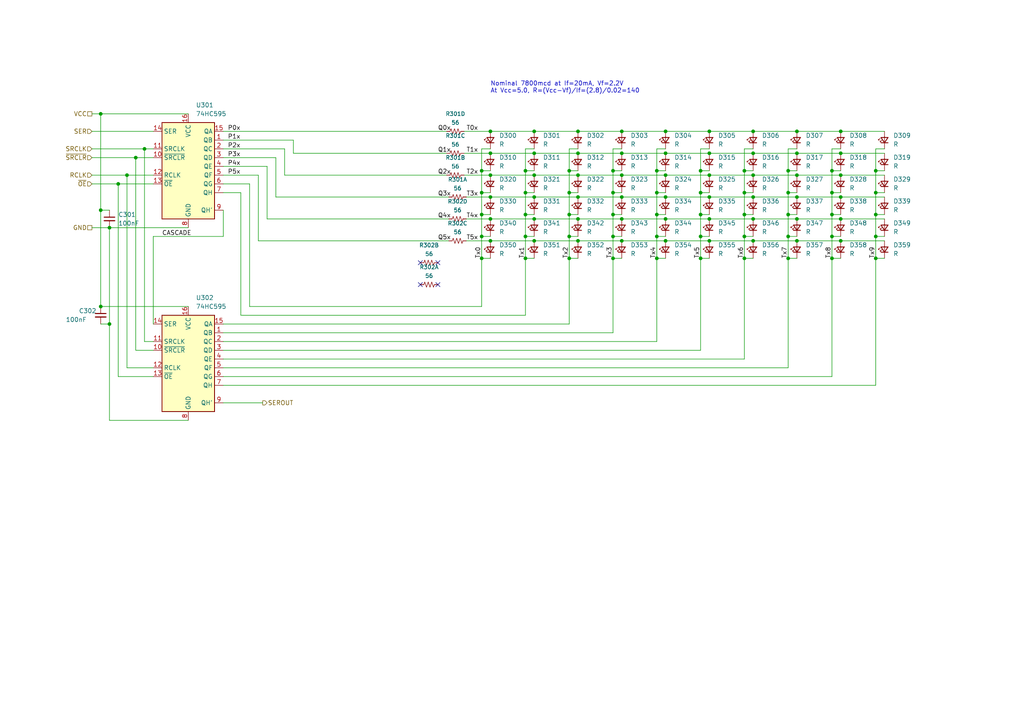
<source format=kicad_sch>
(kicad_sch (version 20230121) (generator eeschema)
  (paper "A4")
  (junction (at 139.7 55.88))
  (junction (at 29.21 33.02))
  (junction (at 180.34 57.15))
  (junction (at 193.04 63.5))
  (junction (at 228.6 68.58))
  (junction (at 177.8 55.88))
  (junction (at 41.91 43.18))
  (junction (at 177.8 74.93))
  (junction (at 180.34 50.8))
  (junction (at 154.94 57.15))
  (junction (at 205.74 38.1))
  (junction (at 218.44 38.1))
  (junction (at 231.14 69.85))
  (junction (at 193.04 69.85))
  (junction (at 254 49.53))
  (junction (at 177.8 62.23))
  (junction (at 29.21 88.9))
  (junction (at 215.9 49.53))
  (junction (at 167.64 57.15))
  (junction (at 228.6 62.23))
  (junction (at 254 74.93))
  (junction (at 180.34 38.1))
  (junction (at 243.84 57.15))
  (junction (at 205.74 57.15))
  (junction (at 231.14 44.45))
  (junction (at 190.5 62.23))
  (junction (at 152.4 62.23))
  (junction (at 241.3 49.53))
  (junction (at 139.7 62.23))
  (junction (at 165.1 68.58))
  (junction (at 177.8 49.53))
  (junction (at 152.4 74.93))
  (junction (at 154.94 38.1))
  (junction (at 154.94 63.5))
  (junction (at 165.1 55.88))
  (junction (at 231.14 57.15))
  (junction (at 167.64 44.45))
  (junction (at 152.4 49.53))
  (junction (at 193.04 38.1))
  (junction (at 167.64 50.8))
  (junction (at 215.9 55.88))
  (junction (at 152.4 68.58))
  (junction (at 203.2 68.58))
  (junction (at 142.24 50.8))
  (junction (at 165.1 62.23))
  (junction (at 243.84 38.1))
  (junction (at 243.84 69.85))
  (junction (at 142.24 44.45))
  (junction (at 177.8 68.58))
  (junction (at 154.94 69.85))
  (junction (at 231.14 38.1))
  (junction (at 218.44 69.85))
  (junction (at 203.2 55.88))
  (junction (at 205.74 44.45))
  (junction (at 205.74 69.85))
  (junction (at 142.24 69.85))
  (junction (at 241.3 74.93))
  (junction (at 231.14 50.8))
  (junction (at 193.04 57.15))
  (junction (at 193.04 50.8))
  (junction (at 203.2 62.23))
  (junction (at 218.44 50.8))
  (junction (at 142.24 63.5))
  (junction (at 218.44 63.5))
  (junction (at 190.5 74.93))
  (junction (at 180.34 69.85))
  (junction (at 167.64 38.1))
  (junction (at 139.7 49.53))
  (junction (at 165.1 74.93))
  (junction (at 254 68.58))
  (junction (at 215.9 74.93))
  (junction (at 215.9 62.23))
  (junction (at 165.1 49.53))
  (junction (at 34.29 53.34))
  (junction (at 154.94 44.45))
  (junction (at 31.75 93.98))
  (junction (at 139.7 74.93))
  (junction (at 180.34 63.5))
  (junction (at 190.5 49.53))
  (junction (at 228.6 49.53))
  (junction (at 243.84 50.8))
  (junction (at 254 55.88))
  (junction (at 218.44 57.15))
  (junction (at 215.9 68.58))
  (junction (at 254 62.23))
  (junction (at 36.83 50.8))
  (junction (at 218.44 44.45))
  (junction (at 31.75 66.04))
  (junction (at 193.04 44.45))
  (junction (at 243.84 63.5))
  (junction (at 203.2 49.53))
  (junction (at 154.94 50.8))
  (junction (at 180.34 44.45))
  (junction (at 243.84 44.45))
  (junction (at 228.6 55.88))
  (junction (at 39.37 45.72))
  (junction (at 241.3 55.88))
  (junction (at 142.24 38.1))
  (junction (at 190.5 68.58))
  (junction (at 205.74 50.8))
  (junction (at 205.74 63.5))
  (junction (at 152.4 55.88))
  (junction (at 190.5 55.88))
  (junction (at 241.3 68.58))
  (junction (at 231.14 63.5))
  (junction (at 142.24 57.15))
  (junction (at 29.21 60.96))
  (junction (at 167.64 63.5))
  (junction (at 203.2 74.93))
  (junction (at 139.7 68.58))
  (junction (at 167.64 69.85))
  (junction (at 241.3 62.23))
  (junction (at 228.6 74.93))
  (no_connect (at 121.92 82.55))
  (no_connect (at 127 76.2))
  (no_connect (at 127 82.55))
  (no_connect (at 121.92 76.2))
  (wire (pts (xy 241.3 68.58) (xy 243.84 68.58)))
  (wire (pts (xy 44.45 68.58) (xy 64.77 68.58)))
  (wire (pts (xy 241.3 49.53) (xy 243.84 49.53)))
  (wire (pts (xy 203.2 68.58) (xy 203.2 74.93)))
  (wire (pts (xy 142.24 57.15) (xy 154.94 57.15)))
  (wire (pts (xy 39.37 101.6) (xy 44.45 101.6)))
  (wire (pts (xy 205.74 44.45) (xy 218.44 44.45)))
  (wire (pts (xy 228.6 68.58) (xy 228.6 74.93)))
  (wire (pts (xy 135.255 69.85) (xy 142.24 69.85)))
  (wire (pts (xy 54.61 88.9) (xy 29.21 88.9)))
  (wire (pts (xy 190.5 49.53) (xy 190.5 55.88)))
  (wire (pts (xy 215.9 49.53) (xy 215.9 55.88)))
  (wire (pts (xy 254 43.18) (xy 254 49.53)))
  (wire (pts (xy 203.2 68.58) (xy 205.74 68.58)))
  (wire (pts (xy 231.14 57.15) (xy 243.84 57.15)))
  (wire (pts (xy 154.94 44.45) (xy 167.64 44.45)))
  (wire (pts (xy 167.64 69.85) (xy 180.34 69.85)))
  (wire (pts (xy 165.1 49.53) (xy 167.64 49.53)))
  (wire (pts (xy 44.45 68.58) (xy 44.45 93.98)))
  (wire (pts (xy 215.9 62.23) (xy 218.44 62.23)))
  (wire (pts (xy 254 49.53) (xy 256.54 49.53)))
  (wire (pts (xy 154.94 38.1) (xy 167.64 38.1)))
  (wire (pts (xy 243.84 38.1) (xy 256.54 38.1)))
  (wire (pts (xy 205.74 38.1) (xy 218.44 38.1)))
  (wire (pts (xy 215.9 49.53) (xy 218.44 49.53)))
  (wire (pts (xy 177.8 62.23) (xy 180.34 62.23)))
  (wire (pts (xy 64.77 104.14) (xy 215.9 104.14)))
  (wire (pts (xy 215.9 55.88) (xy 218.44 55.88)))
  (wire (pts (xy 41.91 99.06) (xy 41.91 43.18)))
  (wire (pts (xy 152.4 68.58) (xy 154.94 68.58)))
  (wire (pts (xy 231.14 38.1) (xy 243.84 38.1)))
  (wire (pts (xy 215.9 43.18) (xy 215.9 49.53)))
  (wire (pts (xy 241.3 55.88) (xy 241.3 62.23)))
  (wire (pts (xy 85.09 40.64) (xy 64.77 40.64)))
  (wire (pts (xy 228.6 49.53) (xy 231.14 49.53)))
  (wire (pts (xy 165.1 43.18) (xy 165.1 49.53)))
  (wire (pts (xy 241.3 74.93) (xy 243.84 74.93)))
  (wire (pts (xy 26.67 43.18) (xy 41.91 43.18)))
  (wire (pts (xy 139.7 62.23) (xy 142.24 62.23)))
  (wire (pts (xy 139.7 43.18) (xy 139.7 49.53)))
  (wire (pts (xy 64.77 96.52) (xy 177.8 96.52)))
  (wire (pts (xy 165.1 74.93) (xy 165.1 93.98)))
  (wire (pts (xy 165.1 43.18) (xy 167.64 43.18)))
  (wire (pts (xy 139.7 43.18) (xy 142.24 43.18)))
  (wire (pts (xy 215.9 68.58) (xy 218.44 68.58)))
  (wire (pts (xy 193.04 50.8) (xy 205.74 50.8)))
  (wire (pts (xy 203.2 55.88) (xy 203.2 62.23)))
  (wire (pts (xy 139.7 68.58) (xy 139.7 74.93)))
  (wire (pts (xy 177.8 43.18) (xy 180.34 43.18)))
  (wire (pts (xy 165.1 74.93) (xy 167.64 74.93)))
  (wire (pts (xy 215.9 68.58) (xy 215.9 74.93)))
  (wire (pts (xy 69.85 55.88) (xy 64.77 55.88)))
  (wire (pts (xy 193.04 69.85) (xy 205.74 69.85)))
  (wire (pts (xy 254 49.53) (xy 254 55.88)))
  (wire (pts (xy 36.83 106.68) (xy 36.83 50.8)))
  (wire (pts (xy 241.3 68.58) (xy 241.3 74.93)))
  (wire (pts (xy 80.01 57.15) (xy 80.01 45.72)))
  (wire (pts (xy 29.21 60.96) (xy 29.21 33.02)))
  (wire (pts (xy 142.24 63.5) (xy 154.94 63.5)))
  (wire (pts (xy 69.85 91.44) (xy 152.4 91.44)))
  (wire (pts (xy 215.9 74.93) (xy 215.9 104.14)))
  (wire (pts (xy 69.85 91.44) (xy 69.85 55.88)))
  (wire (pts (xy 152.4 74.93) (xy 152.4 91.44)))
  (wire (pts (xy 139.7 62.23) (xy 139.7 68.58)))
  (wire (pts (xy 64.77 116.84) (xy 76.2 116.84)))
  (wire (pts (xy 177.8 68.58) (xy 180.34 68.58)))
  (wire (pts (xy 180.34 63.5) (xy 193.04 63.5)))
  (wire (pts (xy 82.55 43.18) (xy 64.77 43.18)))
  (wire (pts (xy 203.2 62.23) (xy 205.74 62.23)))
  (wire (pts (xy 64.77 99.06) (xy 190.5 99.06)))
  (wire (pts (xy 142.24 69.85) (xy 154.94 69.85)))
  (wire (pts (xy 36.83 106.68) (xy 44.45 106.68)))
  (wire (pts (xy 29.21 60.96) (xy 31.75 60.96)))
  (wire (pts (xy 29.21 88.9) (xy 29.21 60.96)))
  (wire (pts (xy 228.6 55.88) (xy 231.14 55.88)))
  (wire (pts (xy 228.6 62.23) (xy 228.6 68.58)))
  (wire (pts (xy 254 55.88) (xy 254 62.23)))
  (wire (pts (xy 180.34 57.15) (xy 193.04 57.15)))
  (wire (pts (xy 177.8 74.93) (xy 177.8 96.52)))
  (wire (pts (xy 165.1 55.88) (xy 165.1 62.23)))
  (wire (pts (xy 72.39 88.9) (xy 139.7 88.9)))
  (wire (pts (xy 180.34 50.8) (xy 193.04 50.8)))
  (wire (pts (xy 215.9 74.93) (xy 218.44 74.93)))
  (wire (pts (xy 26.67 38.1) (xy 44.45 38.1)))
  (wire (pts (xy 41.91 43.18) (xy 44.45 43.18)))
  (wire (pts (xy 139.7 55.88) (xy 139.7 62.23)))
  (wire (pts (xy 218.44 69.85) (xy 231.14 69.85)))
  (wire (pts (xy 152.4 43.18) (xy 154.94 43.18)))
  (wire (pts (xy 190.5 55.88) (xy 190.5 62.23)))
  (wire (pts (xy 228.6 74.93) (xy 231.14 74.93)))
  (wire (pts (xy 243.84 69.85) (xy 256.54 69.85)))
  (wire (pts (xy 165.1 62.23) (xy 165.1 68.58)))
  (wire (pts (xy 165.1 55.88) (xy 167.64 55.88)))
  (wire (pts (xy 64.77 60.96) (xy 64.77 68.58)))
  (wire (pts (xy 31.75 93.98) (xy 31.75 121.92)))
  (wire (pts (xy 203.2 74.93) (xy 205.74 74.93)))
  (wire (pts (xy 142.24 38.1) (xy 154.94 38.1)))
  (wire (pts (xy 34.29 109.22) (xy 44.45 109.22)))
  (wire (pts (xy 36.83 50.8) (xy 44.45 50.8)))
  (wire (pts (xy 177.8 62.23) (xy 177.8 68.58)))
  (wire (pts (xy 228.6 55.88) (xy 228.6 62.23)))
  (wire (pts (xy 205.74 69.85) (xy 218.44 69.85)))
  (wire (pts (xy 190.5 62.23) (xy 193.04 62.23)))
  (wire (pts (xy 64.77 38.1) (xy 129.54 38.1)))
  (wire (pts (xy 139.7 74.93) (xy 139.7 88.9)))
  (wire (pts (xy 167.64 38.1) (xy 180.34 38.1)))
  (wire (pts (xy 254 43.18) (xy 256.54 43.18)))
  (wire (pts (xy 177.8 43.18) (xy 177.8 49.53)))
  (wire (pts (xy 241.3 55.88) (xy 243.84 55.88)))
  (wire (pts (xy 139.7 55.88) (xy 142.24 55.88)))
  (wire (pts (xy 254 55.88) (xy 256.54 55.88)))
  (wire (pts (xy 31.75 121.92) (xy 54.61 121.92)))
  (wire (pts (xy 193.04 38.1) (xy 205.74 38.1)))
  (wire (pts (xy 64.77 111.76) (xy 254 111.76)))
  (wire (pts (xy 228.6 43.18) (xy 228.6 49.53)))
  (wire (pts (xy 190.5 49.53) (xy 193.04 49.53)))
  (wire (pts (xy 64.77 48.26) (xy 77.47 48.26)))
  (wire (pts (xy 218.44 57.15) (xy 231.14 57.15)))
  (wire (pts (xy 152.4 62.23) (xy 154.94 62.23)))
  (wire (pts (xy 29.21 33.02) (xy 54.61 33.02)))
  (wire (pts (xy 152.4 74.93) (xy 154.94 74.93)))
  (wire (pts (xy 26.67 45.72) (xy 39.37 45.72)))
  (wire (pts (xy 231.14 69.85) (xy 243.84 69.85)))
  (wire (pts (xy 72.39 88.9) (xy 72.39 53.34)))
  (wire (pts (xy 241.3 74.93) (xy 241.3 109.22)))
  (wire (pts (xy 39.37 45.72) (xy 44.45 45.72)))
  (wire (pts (xy 177.8 49.53) (xy 180.34 49.53)))
  (wire (pts (xy 142.24 44.45) (xy 154.94 44.45)))
  (wire (pts (xy 203.2 49.53) (xy 205.74 49.53)))
  (wire (pts (xy 190.5 74.93) (xy 190.5 99.06)))
  (wire (pts (xy 165.1 68.58) (xy 167.64 68.58)))
  (wire (pts (xy 190.5 68.58) (xy 190.5 74.93)))
  (wire (pts (xy 26.67 33.02) (xy 29.21 33.02)))
  (wire (pts (xy 74.93 69.85) (xy 130.175 69.85)))
  (wire (pts (xy 135.255 63.5) (xy 142.24 63.5)))
  (wire (pts (xy 241.3 49.53) (xy 241.3 55.88)))
  (wire (pts (xy 152.4 62.23) (xy 152.4 68.58)))
  (wire (pts (xy 231.14 63.5) (xy 243.84 63.5)))
  (wire (pts (xy 152.4 49.53) (xy 152.4 55.88)))
  (wire (pts (xy 74.93 50.8) (xy 64.77 50.8)))
  (wire (pts (xy 167.64 44.45) (xy 180.34 44.45)))
  (wire (pts (xy 228.6 49.53) (xy 228.6 55.88)))
  (wire (pts (xy 218.44 63.5) (xy 231.14 63.5)))
  (wire (pts (xy 74.93 69.85) (xy 74.93 50.8)))
  (wire (pts (xy 228.6 43.18) (xy 231.14 43.18)))
  (wire (pts (xy 215.9 62.23) (xy 215.9 68.58)))
  (wire (pts (xy 177.8 49.53) (xy 177.8 55.88)))
  (wire (pts (xy 64.77 93.98) (xy 165.1 93.98)))
  (wire (pts (xy 177.8 55.88) (xy 177.8 62.23)))
  (wire (pts (xy 215.9 55.88) (xy 215.9 62.23)))
  (wire (pts (xy 26.67 66.04) (xy 31.75 66.04)))
  (wire (pts (xy 154.94 57.15) (xy 167.64 57.15)))
  (wire (pts (xy 152.4 49.53) (xy 154.94 49.53)))
  (wire (pts (xy 215.9 43.18) (xy 218.44 43.18)))
  (wire (pts (xy 167.64 57.15) (xy 180.34 57.15)))
  (wire (pts (xy 134.62 38.1) (xy 142.24 38.1)))
  (wire (pts (xy 180.34 44.45) (xy 193.04 44.45)))
  (wire (pts (xy 241.3 62.23) (xy 243.84 62.23)))
  (wire (pts (xy 64.77 109.22) (xy 241.3 109.22)))
  (wire (pts (xy 177.8 74.93) (xy 180.34 74.93)))
  (wire (pts (xy 41.91 99.06) (xy 44.45 99.06)))
  (wire (pts (xy 254 62.23) (xy 254 68.58)))
  (wire (pts (xy 85.09 44.45) (xy 85.09 40.64)))
  (wire (pts (xy 218.44 50.8) (xy 231.14 50.8)))
  (wire (pts (xy 190.5 43.18) (xy 193.04 43.18)))
  (wire (pts (xy 64.77 101.6) (xy 203.2 101.6)))
  (wire (pts (xy 34.29 53.34) (xy 44.45 53.34)))
  (wire (pts (xy 154.94 63.5) (xy 167.64 63.5)))
  (wire (pts (xy 203.2 62.23) (xy 203.2 68.58)))
  (wire (pts (xy 205.74 50.8) (xy 218.44 50.8)))
  (wire (pts (xy 254 74.93) (xy 256.54 74.93)))
  (wire (pts (xy 82.55 50.8) (xy 129.54 50.8)))
  (wire (pts (xy 205.74 63.5) (xy 218.44 63.5)))
  (wire (pts (xy 241.3 43.18) (xy 241.3 49.53)))
  (wire (pts (xy 254 68.58) (xy 254 74.93)))
  (wire (pts (xy 228.6 68.58) (xy 231.14 68.58)))
  (wire (pts (xy 139.7 74.93) (xy 142.24 74.93)))
  (wire (pts (xy 31.75 66.04) (xy 31.75 93.98)))
  (wire (pts (xy 167.64 50.8) (xy 180.34 50.8)))
  (wire (pts (xy 77.47 63.5) (xy 130.175 63.5)))
  (wire (pts (xy 203.2 43.18) (xy 205.74 43.18)))
  (wire (pts (xy 228.6 74.93) (xy 228.6 106.68)))
  (wire (pts (xy 254 62.23) (xy 256.54 62.23)))
  (wire (pts (xy 218.44 38.1) (xy 231.14 38.1)))
  (wire (pts (xy 193.04 63.5) (xy 205.74 63.5)))
  (wire (pts (xy 241.3 62.23) (xy 241.3 68.58)))
  (wire (pts (xy 134.62 44.45) (xy 142.24 44.45)))
  (wire (pts (xy 228.6 62.23) (xy 231.14 62.23)))
  (wire (pts (xy 218.44 44.45) (xy 231.14 44.45)))
  (wire (pts (xy 180.34 69.85) (xy 193.04 69.85)))
  (wire (pts (xy 152.4 68.58) (xy 152.4 74.93)))
  (wire (pts (xy 190.5 43.18) (xy 190.5 49.53)))
  (wire (pts (xy 243.84 50.8) (xy 256.54 50.8)))
  (wire (pts (xy 180.34 38.1) (xy 193.04 38.1)))
  (wire (pts (xy 64.77 106.68) (xy 228.6 106.68)))
  (wire (pts (xy 139.7 68.58) (xy 142.24 68.58)))
  (wire (pts (xy 243.84 44.45) (xy 256.54 44.45)))
  (wire (pts (xy 139.7 49.53) (xy 142.24 49.53)))
  (wire (pts (xy 193.04 44.45) (xy 205.74 44.45)))
  (wire (pts (xy 243.84 57.15) (xy 256.54 57.15)))
  (wire (pts (xy 26.67 50.8) (xy 36.83 50.8)))
  (wire (pts (xy 241.3 43.18) (xy 243.84 43.18)))
  (wire (pts (xy 231.14 50.8) (xy 243.84 50.8)))
  (wire (pts (xy 72.39 53.34) (xy 64.77 53.34)))
  (wire (pts (xy 154.94 69.85) (xy 167.64 69.85)))
  (wire (pts (xy 190.5 62.23) (xy 190.5 68.58)))
  (wire (pts (xy 190.5 55.88) (xy 193.04 55.88)))
  (wire (pts (xy 142.24 50.8) (xy 154.94 50.8)))
  (wire (pts (xy 152.4 55.88) (xy 154.94 55.88)))
  (wire (pts (xy 39.37 45.72) (xy 39.37 101.6)))
  (wire (pts (xy 254 68.58) (xy 256.54 68.58)))
  (wire (pts (xy 177.8 55.88) (xy 180.34 55.88)))
  (wire (pts (xy 243.84 63.5) (xy 256.54 63.5)))
  (wire (pts (xy 190.5 74.93) (xy 193.04 74.93)))
  (wire (pts (xy 85.09 44.45) (xy 129.54 44.45)))
  (wire (pts (xy 34.29 109.22) (xy 34.29 53.34)))
  (wire (pts (xy 77.47 63.5) (xy 77.47 48.26)))
  (wire (pts (xy 203.2 74.93) (xy 203.2 101.6)))
  (wire (pts (xy 80.01 45.72) (xy 64.77 45.72)))
  (wire (pts (xy 165.1 62.23) (xy 167.64 62.23)))
  (wire (pts (xy 205.74 57.15) (xy 218.44 57.15)))
  (wire (pts (xy 29.21 93.98) (xy 31.75 93.98)))
  (wire (pts (xy 190.5 68.58) (xy 193.04 68.58)))
  (wire (pts (xy 254 74.93) (xy 254 111.76)))
  (wire (pts (xy 177.8 68.58) (xy 177.8 74.93)))
  (wire (pts (xy 154.94 50.8) (xy 167.64 50.8)))
  (wire (pts (xy 82.55 50.8) (xy 82.55 43.18)))
  (wire (pts (xy 203.2 43.18) (xy 203.2 49.53)))
  (wire (pts (xy 167.64 63.5) (xy 180.34 63.5)))
  (wire (pts (xy 134.62 50.8) (xy 142.24 50.8)))
  (wire (pts (xy 31.75 66.04) (xy 54.61 66.04)))
  (wire (pts (xy 193.04 57.15) (xy 205.74 57.15)))
  (wire (pts (xy 26.67 53.34) (xy 34.29 53.34)))
  (wire (pts (xy 80.01 57.15) (xy 130.175 57.15)))
  (wire (pts (xy 165.1 49.53) (xy 165.1 55.88)))
  (wire (pts (xy 203.2 49.53) (xy 203.2 55.88)))
  (wire (pts (xy 203.2 55.88) (xy 205.74 55.88)))
  (wire (pts (xy 231.14 44.45) (xy 243.84 44.45)))
  (wire (pts (xy 152.4 55.88) (xy 152.4 62.23)))
  (wire (pts (xy 152.4 43.18) (xy 152.4 49.53)))
  (wire (pts (xy 165.1 68.58) (xy 165.1 74.93)))
  (wire (pts (xy 135.255 57.15) (xy 142.24 57.15)))
  (wire (pts (xy 139.7 49.53) (xy 139.7 55.88)))
  (text "Nominal 7800mcd at If=20mA, Vf=2.2V\nAt Vcc=5.0, R=(Vcc-Vf)/If=(2.8)/0.02=140\n\n" (at 142.24 29.21 0) (effects (font (size 1.27 1.27)) (justify left bottom)))
  (label "P2x" (at 66.04 43.18 0))
  (label "T5x" (at 135.255 69.85 0))
  (label "P5x" (at 66.04 50.8 0))
  (label "T0x" (at 135.255 38.1 0))
  (label "P0x" (at 66.04 38.1 0))
  (label "T2x" (at 135.255 50.8 0))
  (label "Tx1" (at 152.4 74.93 90))
  (label "T1x" (at 135.255 44.45 0))
  (label "Q4x" (at 127 63.5 0))
  (label "Tx4" (at 190.5 74.93 90))
  (label "P4x" (at 66.04 48.26 0))
  (label "T3x" (at 135.255 57.15 0))
  (label "Q0x" (at 127 38.1 0))
  (label "Q1x" (at 127 44.45 0))
  (label "Q2x" (at 127 50.8 0))
  (label "Tx6" (at 215.9 74.93 90))
  (label "T4x" (at 135.255 63.5 0))
  (label "P3x" (at 66.04 45.72 0))
  (label "Tx9" (at 254 74.93 90))
  (label "P1x" (at 66.04 40.64 0))
  (label "Q5x" (at 127 69.85 0))
  (label "Tx0" (at 139.7 74.93 90))
  (label "Tx3" (at 177.8 74.93 90))
  (label "CASCADE" (at 46.99 68.58 0))
  (label "Tx5" (at 203.2 74.93 90))
  (label "Tx2" (at 165.1 74.93 90))
  (label "Tx7" (at 228.6 74.93 90))
  (label "Tx8" (at 241.3 74.93 90))
  (label "Q3x" (at 127 57.15 0))
  (hierarchical_label "~{SRCLR}" (shape input) (at 26.67 45.72 180))
  (hierarchical_label "GND" (shape passive) (at 26.67 66.04 180))
  (hierarchical_label "SEROUT" (shape output) (at 76.2 116.84 0))
  (hierarchical_label "RCLK" (shape input) (at 26.67 50.8 180))
  (hierarchical_label "SER" (shape input) (at 26.67 38.1 180))
  (hierarchical_label "~{OE}" (shape input) (at 26.67 53.34 180))
  (hierarchical_label "VCC" (shape passive) (at 26.67 33.02 180))
  (hierarchical_label "SRCLK" (shape input) (at 26.67 43.18 180))
  (symbol (lib_id "Device:LED_Small") (at 167.64 40.64 90) (unit 1)
    (property "Reference" "D302" (at 170.18 39.3065 90) (effects (justify right)))
    (property "Value" "R" (at 170.18 41.8465 90) (effects (justify right)))
    (property "Footprint" "KwanSystems:D_KINGBRIGHT_DOME" (effects hide))
    (property "Datasheet" "https://www.kingbrightusa.com/images/catalog/SPEC/APDA1806SECK-J3-PRV.pdf" (effects hide))
    (property "Digikey" "754-2329-1-ND" (effects hide))
    (property "Part Number" "APDA1806SECK/J3-PRV" (effects hide))
    (property "Purpose" "Red third hand" (effects hide))
  )
  (symbol (lib_id "Device:LED_Small") (at 142.24 40.64 90) (unit 1)
    (property "Reference" "D300" (at 144.78 39.3065 90) (effects (justify right)))
    (property "Value" "R" (at 144.78 41.8465 90) (effects (justify right)))
    (property "Footprint" "KwanSystems:D_KINGBRIGHT_DOME" (effects hide))
    (property "Datasheet" "https://www.kingbrightusa.com/images/catalog/SPEC/APDA1806SECK-J3-PRV.pdf" (effects hide))
    (property "Digikey" "754-2329-1-ND" (effects hide))
    (property "Part Number" "APDA1806SECK/J3-PRV" (effects hide))
    (property "Purpose" "Red third hand" (effects hide))
  )
  (symbol (lib_id "Device:LED_Small") (at 167.64 53.34 90) (unit 1)
    (property "Reference" "D322" (at 170.18 52.0065 90) (effects (justify right)))
    (property "Value" "R" (at 170.18 54.5465 90) (effects (justify right)))
    (property "Footprint" "KwanSystems:D_KINGBRIGHT_DOME" (effects hide))
    (property "Datasheet" "https://www.kingbrightusa.com/images/catalog/SPEC/APDA1806SECK-J3-PRV.pdf" (effects hide))
    (property "Digikey" "754-2329-1-ND" (effects hide))
    (property "Part Number" "APDA1806SECK/J3-PRV" (effects hide))
    (property "Purpose" "Red third hand" (effects hide))
  )
  (symbol (lib_id "Device:LED_Small") (at 205.74 40.64 90) (unit 1)
    (property "Reference" "D305" (at 208.28 39.3065 90) (effects (justify right)))
    (property "Value" "R" (at 208.28 41.8465 90) (effects (justify right)))
    (property "Footprint" "KwanSystems:D_KINGBRIGHT_DOME" (effects hide))
    (property "Datasheet" "https://www.kingbrightusa.com/images/catalog/SPEC/APDA1806SECK-J3-PRV.pdf" (effects hide))
    (property "Digikey" "754-2329-1-ND" (effects hide))
    (property "Part Number" "APDA1806SECK/J3-PRV" (effects hide))
    (property "Purpose" "Red third hand" (effects hide))
  )
  (symbol (lib_id "Device:LED_Small") (at 218.44 40.64 90) (unit 1)
    (property "Reference" "D306" (at 220.98 39.3065 90) (effects (justify right)))
    (property "Value" "R" (at 220.98 41.8465 90) (effects (justify right)))
    (property "Footprint" "KwanSystems:D_KINGBRIGHT_DOME" (effects hide))
    (property "Datasheet" "https://www.kingbrightusa.com/images/catalog/SPEC/APDA1806SECK-J3-PRV.pdf" (effects hide))
    (property "Digikey" "754-2329-1-ND" (effects hide))
    (property "Part Number" "APDA1806SECK/J3-PRV" (effects hide))
    (property "Purpose" "Red third hand" (effects hide))
  )
  (symbol (lib_id "KwanSystems:RP4") (at 132.08 38.1 0) (unit 4)
    (property "Reference" "R301" (at 132.08 33.02 0) (effects (font (size 1.143 1.143))))
    (property "Value" "56" (at 132.08 35.56 0) (effects (font (size 1.143 1.143))))
    (property "Footprint" "KwanSystems:R_Array_Convex_4x0402" (effects hide))
    (property "Datasheet" "https://industrial.panasonic.com/cdbs/www-data/pdf/AOC0000/AOC0000C14.pdf" (effects hide))
    (property "Purpose" "Third hand conservative current limit" (effects hide))
    (property "Digikey" "Y7560CT-ND" (effects hide))
    (property "Part Number" "EXB-28V560JX" (effects hide))
  )
  (symbol (lib_id "Device:LED_Small") (at 218.44 66.04 90) (unit 1)
    (property "Reference" "D346" (at 220.98 64.7065 90) (effects (justify right)))
    (property "Value" "R" (at 220.98 67.2465 90) (effects (justify right)))
    (property "Footprint" "KwanSystems:D_KINGBRIGHT_DOME" (effects hide))
    (property "Datasheet" "https://www.kingbrightusa.com/images/catalog/SPEC/APDA1806SECK-J3-PRV.pdf" (effects hide))
    (property "Digikey" "754-2329-1-ND" (effects hide))
    (property "Part Number" "APDA1806SECK/J3-PRV" (effects hide))
    (property "Purpose" "Red third hand" (effects hide))
  )
  (symbol (lib_id "Device:LED_Small") (at 193.04 46.99 90) (unit 1)
    (property "Reference" "D314" (at 195.58 45.6565 90) (effects (justify right)))
    (property "Value" "R" (at 195.58 48.1965 90) (effects (justify right)))
    (property "Footprint" "KwanSystems:D_KINGBRIGHT_DOME" (effects hide))
    (property "Datasheet" "https://www.kingbrightusa.com/images/catalog/SPEC/APDA1806SECK-J3-PRV.pdf" (effects hide))
    (property "Digikey" "754-2329-1-ND" (effects hide))
    (property "Part Number" "APDA1806SECK/J3-PRV" (effects hide))
    (property "Purpose" "Red third hand" (effects hide))
  )
  (symbol (lib_id "Device:LED_Small") (at 180.34 53.34 90) (unit 1)
    (property "Reference" "D323" (at 182.88 52.0065 90) (effects (justify right)))
    (property "Value" "R" (at 182.88 54.5465 90) (effects (justify right)))
    (property "Footprint" "KwanSystems:D_KINGBRIGHT_DOME" (effects hide))
    (property "Datasheet" "https://www.kingbrightusa.com/images/catalog/SPEC/APDA1806SECK-J3-PRV.pdf" (effects hide))
    (property "Digikey" "754-2329-1-ND" (effects hide))
    (property "Part Number" "APDA1806SECK/J3-PRV" (effects hide))
    (property "Purpose" "Red third hand" (effects hide))
  )
  (symbol (lib_id "Device:LED_Small") (at 205.74 66.04 90) (unit 1)
    (property "Reference" "D345" (at 208.28 64.7065 90) (effects (justify right)))
    (property "Value" "R" (at 208.28 67.2465 90) (effects (justify right)))
    (property "Footprint" "KwanSystems:D_KINGBRIGHT_DOME" (effects hide))
    (property "Datasheet" "https://www.kingbrightusa.com/images/catalog/SPEC/APDA1806SECK-J3-PRV.pdf" (effects hide))
    (property "Digikey" "754-2329-1-ND" (effects hide))
    (property "Part Number" "APDA1806SECK/J3-PRV" (effects hide))
    (property "Purpose" "Red third hand" (effects hide))
  )
  (symbol (lib_id "74xx:74HC595") (at 54.61 48.26 0) (unit 1)
    (property "Reference" "U301" (at 56.8041 30.48 0) (effects (justify left)))
    (property "Value" "74HC595" (at 56.8041 33.02 0) (effects (justify left)))
    (property "Footprint" "Package_SO:TSSOP-16_4.4x5mm_P0.65mm" (effects hide))
    (property "Datasheet" "https://assets.nexperia.com/documents/data-sheet/74HC_HCT595.pdf" (effects hide))
    (property "Digikey" "1727-3068-1-ND" (effects hide))
    (property "Part Number" "74HC595PW,118" (effects hide))
    (property "Purpose" "Hand Decoder" (effects hide))
  )
  (symbol (lib_id "Device:LED_Small") (at 205.74 53.34 90) (unit 1)
    (property "Reference" "D325" (at 208.28 52.0065 90) (effects (justify right)))
    (property "Value" "R" (at 208.28 54.5465 90) (effects (justify right)))
    (property "Footprint" "KwanSystems:D_KINGBRIGHT_DOME" (effects hide))
    (property "Datasheet" "https://www.kingbrightusa.com/images/catalog/SPEC/APDA1806SECK-J3-PRV.pdf" (effects hide))
    (property "Digikey" "754-2329-1-ND" (effects hide))
    (property "Part Number" "APDA1806SECK/J3-PRV" (effects hide))
    (property "Purpose" "Red third hand" (effects hide))
  )
  (symbol (lib_id "Device:LED_Small") (at 154.94 40.64 90) (unit 1)
    (property "Reference" "D301" (at 157.48 39.3065 90) (effects (justify right)))
    (property "Value" "R" (at 157.48 41.8465 90) (effects (justify right)))
    (property "Footprint" "KwanSystems:D_KINGBRIGHT_DOME" (effects hide))
    (property "Datasheet" "https://www.kingbrightusa.com/images/catalog/SPEC/APDA1806SECK-J3-PRV.pdf" (effects hide))
    (property "Digikey" "754-2329-1-ND" (effects hide))
    (property "Part Number" "APDA1806SECK/J3-PRV" (effects hide))
    (property "Purpose" "Red third hand" (effects hide))
  )
  (symbol (lib_id "KwanSystems:RP4") (at 132.715 63.5 0) (unit 4)
    (property "Reference" "R302" (at 132.715 58.42 0) (effects (font (size 1.143 1.143))))
    (property "Value" "56" (at 132.715 60.96 0) (effects (font (size 1.143 1.143))))
    (property "Footprint" "KwanSystems:R_Array_Convex_4x0402" (effects hide))
    (property "Datasheet" "https://industrial.panasonic.com/cdbs/www-data/pdf/AOC0000/AOC0000C14.pdf" (effects hide))
    (property "Purpose" "Third hand conservative current limit" (effects hide))
    (property "Digikey" "Y7560CT-ND" (effects hide))
    (property "Part Number" "EXB-28V560JX" (effects hide))
  )
  (symbol (lib_id "Device:LED_Small") (at 154.94 59.69 90) (unit 1)
    (property "Reference" "D331" (at 157.48 58.3565 90) (effects (justify right)))
    (property "Value" "R" (at 157.48 60.8965 90) (effects (justify right)))
    (property "Footprint" "KwanSystems:D_KINGBRIGHT_DOME" (effects hide))
    (property "Datasheet" "https://www.kingbrightusa.com/images/catalog/SPEC/APDA1806SECK-J3-PRV.pdf" (effects hide))
    (property "Digikey" "754-2329-1-ND" (effects hide))
    (property "Part Number" "APDA1806SECK/J3-PRV" (effects hide))
    (property "Purpose" "Red third hand" (effects hide))
  )
  (symbol (lib_id "Device:LED_Small") (at 167.64 72.39 90) (unit 1)
    (property "Reference" "D352" (at 170.18 71.0565 90) (effects (justify right)))
    (property "Value" "R" (at 170.18 73.5965 90) (effects (justify right)))
    (property "Footprint" "KwanSystems:D_KINGBRIGHT_DOME" (effects hide))
    (property "Datasheet" "https://www.kingbrightusa.com/images/catalog/SPEC/APDA1806SECK-J3-PRV.pdf" (effects hide))
    (property "Digikey" "754-2329-1-ND" (effects hide))
    (property "Part Number" "APDA1806SECK/J3-PRV" (effects hide))
    (property "Purpose" "Red third hand" (effects hide))
  )
  (symbol (lib_id "KwanSystems:RP4") (at 124.46 82.55 0) (unit 1)
    (property "Reference" "R302" (at 124.46 77.47 0) (effects (font (size 1.143 1.143))))
    (property "Value" "56" (at 124.46 80.01 0) (effects (font (size 1.143 1.143))))
    (property "Footprint" "KwanSystems:R_Array_Convex_4x0402" (effects hide))
    (property "Datasheet" "https://industrial.panasonic.com/cdbs/www-data/pdf/AOC0000/AOC0000C14.pdf" (effects hide))
    (property "Purpose" "Third hand conservative current limit" (effects hide))
    (property "Digikey" "Y7560CT-ND" (effects hide))
    (property "Part Number" "EXB-28V560JX" (effects hide))
  )
  (symbol (lib_id "Device:LED_Small") (at 167.64 59.69 90) (unit 1)
    (property "Reference" "D332" (at 170.18 58.3565 90) (effects (justify right)))
    (property "Value" "R" (at 170.18 60.8965 90) (effects (justify right)))
    (property "Footprint" "KwanSystems:D_KINGBRIGHT_DOME" (effects hide))
    (property "Datasheet" "https://www.kingbrightusa.com/images/catalog/SPEC/APDA1806SECK-J3-PRV.pdf" (effects hide))
    (property "Digikey" "754-2329-1-ND" (effects hide))
    (property "Part Number" "APDA1806SECK/J3-PRV" (effects hide))
    (property "Purpose" "Red third hand" (effects hide))
  )
  (symbol (lib_id "KwanSystems:RP4") (at 124.46 76.2 0) (unit 2)
    (property "Reference" "R302" (at 124.46 71.12 0) (effects (font (size 1.143 1.143))))
    (property "Value" "56" (at 124.46 73.66 0) (effects (font (size 1.143 1.143))))
    (property "Footprint" "KwanSystems:R_Array_Convex_4x0402" (effects hide))
    (property "Datasheet" "https://industrial.panasonic.com/cdbs/www-data/pdf/AOC0000/AOC0000C14.pdf" (effects hide))
    (property "Purpose" "Third hand conservative current limit" (effects hide))
    (property "Digikey" "Y7560CT-ND" (effects hide))
    (property "Part Number" "EXB-28V560JX" (effects hide))
  )
  (symbol (lib_id "Device:LED_Small") (at 180.34 66.04 90) (unit 1)
    (property "Reference" "D343" (at 182.88 64.7065 90) (effects (justify right)))
    (property "Value" "R" (at 182.88 67.2465 90) (effects (justify right)))
    (property "Footprint" "KwanSystems:D_KINGBRIGHT_DOME" (effects hide))
    (property "Datasheet" "https://www.kingbrightusa.com/images/catalog/SPEC/APDA1806SECK-J3-PRV.pdf" (effects hide))
    (property "Digikey" "754-2329-1-ND" (effects hide))
    (property "Part Number" "APDA1806SECK/J3-PRV" (effects hide))
    (property "Purpose" "Red third hand" (effects hide))
  )
  (symbol (lib_id "Device:LED_Small") (at 231.14 72.39 90) (unit 1)
    (property "Reference" "D357" (at 233.68 71.0565 90) (effects (justify right)))
    (property "Value" "R" (at 233.68 73.5965 90) (effects (justify right)))
    (property "Footprint" "KwanSystems:D_KINGBRIGHT_DOME" (effects hide))
    (property "Datasheet" "https://www.kingbrightusa.com/images/catalog/SPEC/APDA1806SECK-J3-PRV.pdf" (effects hide))
    (property "Digikey" "754-2329-1-ND" (effects hide))
    (property "Part Number" "APDA1806SECK/J3-PRV" (effects hide))
    (property "Purpose" "Red third hand" (effects hide))
  )
  (symbol (lib_id "Device:LED_Small") (at 218.44 46.99 90) (unit 1)
    (property "Reference" "D316" (at 220.98 45.6565 90) (effects (justify right)))
    (property "Value" "R" (at 220.98 48.1965 90) (effects (justify right)))
    (property "Footprint" "KwanSystems:D_KINGBRIGHT_DOME" (effects hide))
    (property "Datasheet" "https://www.kingbrightusa.com/images/catalog/SPEC/APDA1806SECK-J3-PRV.pdf" (effects hide))
    (property "Digikey" "754-2329-1-ND" (effects hide))
    (property "Part Number" "APDA1806SECK/J3-PRV" (effects hide))
    (property "Purpose" "Red third hand" (effects hide))
  )
  (symbol (lib_id "Device:LED_Small") (at 193.04 59.69 90) (unit 1)
    (property "Reference" "D334" (at 195.58 58.3565 90) (effects (justify right)))
    (property "Value" "R" (at 195.58 60.8965 90) (effects (justify right)))
    (property "Footprint" "KwanSystems:D_KINGBRIGHT_DOME" (effects hide))
    (property "Datasheet" "https://www.kingbrightusa.com/images/catalog/SPEC/APDA1806SECK-J3-PRV.pdf" (effects hide))
    (property "Digikey" "754-2329-1-ND" (effects hide))
    (property "Part Number" "APDA1806SECK/J3-PRV" (effects hide))
    (property "Purpose" "Red third hand" (effects hide))
  )
  (symbol (lib_id "Device:LED_Small") (at 193.04 72.39 90) (unit 1)
    (property "Reference" "D354" (at 195.58 71.0565 90) (effects (justify right)))
    (property "Value" "R" (at 195.58 73.5965 90) (effects (justify right)))
    (property "Footprint" "KwanSystems:D_KINGBRIGHT_DOME" (effects hide))
    (property "Datasheet" "https://www.kingbrightusa.com/images/catalog/SPEC/APDA1806SECK-J3-PRV.pdf" (effects hide))
    (property "Digikey" "754-2329-1-ND" (effects hide))
    (property "Part Number" "APDA1806SECK/J3-PRV" (effects hide))
    (property "Purpose" "Red third hand" (effects hide))
  )
  (symbol (lib_id "Device:LED_Small") (at 142.24 72.39 90) (unit 1)
    (property "Reference" "D350" (at 144.78 71.0565 90) (effects (justify right)))
    (property "Value" "R" (at 144.78 73.5965 90) (effects (justify right)))
    (property "Footprint" "KwanSystems:D_KINGBRIGHT_DOME" (effects hide))
    (property "Datasheet" "https://www.kingbrightusa.com/images/catalog/SPEC/APDA1806SECK-J3-PRV.pdf" (effects hide))
    (property "Digikey" "754-2329-1-ND" (effects hide))
    (property "Part Number" "APDA1806SECK/J3-PRV" (effects hide))
    (property "Purpose" "Red third hand" (effects hide))
  )
  (symbol (lib_id "Device:LED_Small") (at 142.24 66.04 90) (unit 1)
    (property "Reference" "D340" (at 144.78 64.7065 90) (effects (justify right)))
    (property "Value" "R" (at 144.78 67.2465 90) (effects (justify right)))
    (property "Footprint" "KwanSystems:D_KINGBRIGHT_DOME" (effects hide))
    (property "Datasheet" "https://www.kingbrightusa.com/images/catalog/SPEC/APDA1806SECK-J3-PRV.pdf" (effects hide))
    (property "Digikey" "754-2329-1-ND" (effects hide))
    (property "Part Number" "APDA1806SECK/J3-PRV" (effects hide))
    (property "Purpose" "Red third hand" (effects hide))
  )
  (symbol (lib_id "Device:LED_Small") (at 218.44 72.39 90) (unit 1)
    (property "Reference" "D356" (at 220.98 71.0565 90) (effects (justify right)))
    (property "Value" "R" (at 220.98 73.5965 90) (effects (justify right)))
    (property "Footprint" "KwanSystems:D_KINGBRIGHT_DOME" (effects hide))
    (property "Datasheet" "https://www.kingbrightusa.com/images/catalog/SPEC/APDA1806SECK-J3-PRV.pdf" (effects hide))
    (property "Digikey" "754-2329-1-ND" (effects hide))
    (property "Part Number" "APDA1806SECK/J3-PRV" (effects hide))
    (property "Purpose" "Red third hand" (effects hide))
  )
  (symbol (lib_id "Device:LED_Small") (at 256.54 59.69 90) (unit 1)
    (property "Reference" "D339" (at 259.08 58.3565 90) (effects (justify right)))
    (property "Value" "R" (at 259.08 60.8965 90) (effects (justify right)))
    (property "Footprint" "KwanSystems:D_KINGBRIGHT_DOME" (effects hide))
    (property "Datasheet" "https://www.kingbrightusa.com/images/catalog/SPEC/APDA1806SECK-J3-PRV.pdf" (effects hide))
    (property "Digikey" "754-2329-1-ND" (effects hide))
    (property "Part Number" "APDA1806SECK/J3-PRV" (effects hide))
    (property "Purpose" "Red third hand" (effects hide))
  )
  (symbol (lib_id "Device:LED_Small") (at 231.14 59.69 90) (unit 1)
    (property "Reference" "D337" (at 233.68 58.3565 90) (effects (justify right)))
    (property "Value" "R" (at 233.68 60.8965 90) (effects (justify right)))
    (property "Footprint" "KwanSystems:D_KINGBRIGHT_DOME" (effects hide))
    (property "Datasheet" "https://www.kingbrightusa.com/images/catalog/SPEC/APDA1806SECK-J3-PRV.pdf" (effects hide))
    (property "Digikey" "754-2329-1-ND" (effects hide))
    (property "Part Number" "APDA1806SECK/J3-PRV" (effects hide))
    (property "Purpose" "Red third hand" (effects hide))
  )
  (symbol (lib_id "Device:LED_Small") (at 193.04 53.34 90) (unit 1)
    (property "Reference" "D324" (at 195.58 52.0065 90) (effects (justify right)))
    (property "Value" "R" (at 195.58 54.5465 90) (effects (justify right)))
    (property "Footprint" "KwanSystems:D_KINGBRIGHT_DOME" (effects hide))
    (property "Datasheet" "https://www.kingbrightusa.com/images/catalog/SPEC/APDA1806SECK-J3-PRV.pdf" (effects hide))
    (property "Digikey" "754-2329-1-ND" (effects hide))
    (property "Part Number" "APDA1806SECK/J3-PRV" (effects hide))
    (property "Purpose" "Red third hand" (effects hide))
  )
  (symbol (lib_id "Device:LED_Small") (at 231.14 53.34 90) (unit 1)
    (property "Reference" "D327" (at 233.68 52.0065 90) (effects (justify right)))
    (property "Value" "R" (at 233.68 54.5465 90) (effects (justify right)))
    (property "Footprint" "KwanSystems:D_KINGBRIGHT_DOME" (effects hide))
    (property "Datasheet" "https://www.kingbrightusa.com/images/catalog/SPEC/APDA1806SECK-J3-PRV.pdf" (effects hide))
    (property "Digikey" "754-2329-1-ND" (effects hide))
    (property "Part Number" "APDA1806SECK/J3-PRV" (effects hide))
    (property "Purpose" "Red third hand" (effects hide))
  )
  (symbol (lib_id "Device:LED_Small") (at 256.54 53.34 90) (unit 1)
    (property "Reference" "D329" (at 259.08 52.0065 90) (effects (justify right)))
    (property "Value" "R" (at 259.08 54.5465 90) (effects (justify right)))
    (property "Footprint" "KwanSystems:D_KINGBRIGHT_DOME" (effects hide))
    (property "Datasheet" "https://www.kingbrightusa.com/images/catalog/SPEC/APDA1806SECK-J3-PRV.pdf" (effects hide))
    (property "Digikey" "754-2329-1-ND" (effects hide))
    (property "Part Number" "APDA1806SECK/J3-PRV" (effects hide))
    (property "Purpose" "Red third hand" (effects hide))
  )
  (symbol (lib_id "Device:LED_Small") (at 218.44 53.34 90) (unit 1)
    (property "Reference" "D326" (at 220.98 52.0065 90) (effects (justify right)))
    (property "Value" "R" (at 220.98 54.5465 90) (effects (justify right)))
    (property "Footprint" "KwanSystems:D_KINGBRIGHT_DOME" (effects hide))
    (property "Datasheet" "https://www.kingbrightusa.com/images/catalog/SPEC/APDA1806SECK-J3-PRV.pdf" (effects hide))
    (property "Digikey" "754-2329-1-ND" (effects hide))
    (property "Part Number" "APDA1806SECK/J3-PRV" (effects hide))
    (property "Purpose" "Red third hand" (effects hide))
  )
  (symbol (lib_id "KwanSystems:RP4") (at 132.715 57.15 0) (unit 1)
    (property "Reference" "R301" (at 132.715 52.07 0) (effects (font (size 1.143 1.143))))
    (property "Value" "56" (at 132.715 54.61 0) (effects (font (size 1.143 1.143))))
    (property "Footprint" "KwanSystems:R_Array_Convex_4x0402" (effects hide))
    (property "Datasheet" "https://industrial.panasonic.com/cdbs/www-data/pdf/AOC0000/AOC0000C14.pdf" (effects hide))
    (property "Purpose" "Third hand conservative current limit" (effects hide))
    (property "Digikey" "Y7560CT-ND" (effects hide))
    (property "Part Number" "EXB-28V560JX" (effects hide))
  )
  (symbol (lib_id "Device:LED_Small") (at 231.14 46.99 90) (unit 1)
    (property "Reference" "D317" (at 233.68 45.6565 90) (effects (justify right)))
    (property "Value" "R" (at 233.68 48.1965 90) (effects (justify right)))
    (property "Footprint" "KwanSystems:D_KINGBRIGHT_DOME" (effects hide))
    (property "Datasheet" "https://www.kingbrightusa.com/images/catalog/SPEC/APDA1806SECK-J3-PRV.pdf" (effects hide))
    (property "Digikey" "754-2329-1-ND" (effects hide))
    (property "Part Number" "APDA1806SECK/J3-PRV" (effects hide))
    (property "Purpose" "Red third hand" (effects hide))
  )
  (symbol (lib_id "Device:LED_Small") (at 193.04 40.64 90) (unit 1)
    (property "Reference" "D304" (at 195.58 39.3065 90) (effects (justify right)))
    (property "Value" "R" (at 195.58 41.8465 90) (effects (justify right)))
    (property "Footprint" "KwanSystems:D_KINGBRIGHT_DOME" (effects hide))
    (property "Datasheet" "https://www.kingbrightusa.com/images/catalog/SPEC/APDA1806SECK-J3-PRV.pdf" (effects hide))
    (property "Digikey" "754-2329-1-ND" (effects hide))
    (property "Part Number" "APDA1806SECK/J3-PRV" (effects hide))
    (property "Purpose" "Red third hand" (effects hide))
  )
  (symbol (lib_id "Device:LED_Small") (at 256.54 40.64 90) (unit 1)
    (property "Reference" "D309" (at 259.08 39.3065 90) (effects (justify right)))
    (property "Value" "R" (at 259.08 41.8465 90) (effects (justify right)))
    (property "Footprint" "KwanSystems:D_KINGBRIGHT_DOME" (effects hide))
    (property "Datasheet" "https://www.kingbrightusa.com/images/catalog/SPEC/APDA1806SECK-J3-PRV.pdf" (effects hide))
    (property "Digikey" "754-2329-1-ND" (effects hide))
    (property "Part Number" "APDA1806SECK/J3-PRV" (effects hide))
    (property "Purpose" "Red third hand" (effects hide))
  )
  (symbol (lib_id "Device:LED_Small") (at 167.64 46.99 90) (unit 1)
    (property "Reference" "D312" (at 170.18 45.6565 90) (effects (justify right)))
    (property "Value" "R" (at 170.18 48.1965 90) (effects (justify right)))
    (property "Footprint" "KwanSystems:D_KINGBRIGHT_DOME" (effects hide))
    (property "Datasheet" "https://www.kingbrightusa.com/images/catalog/SPEC/APDA1806SECK-J3-PRV.pdf" (effects hide))
    (property "Digikey" "754-2329-1-ND" (effects hide))
    (property "Part Number" "APDA1806SECK/J3-PRV" (effects hide))
    (property "Purpose" "Red third hand" (effects hide))
  )
  (symbol (lib_id "Device:LED_Small") (at 243.84 66.04 90) (unit 1)
    (property "Reference" "D348" (at 246.38 64.7065 90) (effects (justify right)))
    (property "Value" "R" (at 246.38 67.2465 90) (effects (justify right)))
    (property "Footprint" "KwanSystems:D_KINGBRIGHT_DOME" (effects hide))
    (property "Datasheet" "https://www.kingbrightusa.com/images/catalog/SPEC/APDA1806SECK-J3-PRV.pdf" (effects hide))
    (property "Digikey" "754-2329-1-ND" (effects hide))
    (property "Part Number" "APDA1806SECK/J3-PRV" (effects hide))
    (property "Purpose" "Red third hand" (effects hide))
  )
  (symbol (lib_id "Device:LED_Small") (at 243.84 53.34 90) (unit 1)
    (property "Reference" "D328" (at 246.38 52.0065 90) (effects (justify right)))
    (property "Value" "R" (at 246.38 54.5465 90) (effects (justify right)))
    (property "Footprint" "KwanSystems:D_KINGBRIGHT_DOME" (effects hide))
    (property "Datasheet" "https://www.kingbrightusa.com/images/catalog/SPEC/APDA1806SECK-J3-PRV.pdf" (effects hide))
    (property "Digikey" "754-2329-1-ND" (effects hide))
    (property "Part Number" "APDA1806SECK/J3-PRV" (effects hide))
    (property "Purpose" "Red third hand" (effects hide))
  )
  (symbol (lib_id "Device:LED_Small") (at 167.64 66.04 90) (unit 1)
    (property "Reference" "D342" (at 170.18 64.7065 90) (effects (justify right)))
    (property "Value" "R" (at 170.18 67.2465 90) (effects (justify right)))
    (property "Footprint" "KwanSystems:D_KINGBRIGHT_DOME" (effects hide))
    (property "Datasheet" "https://www.kingbrightusa.com/images/catalog/SPEC/APDA1806SECK-J3-PRV.pdf" (effects hide))
    (property "Digikey" "754-2329-1-ND" (effects hide))
    (property "Part Number" "APDA1806SECK/J3-PRV" (effects hide))
    (property "Purpose" "Red third hand" (effects hide))
  )
  (symbol (lib_id "Device:LED_Small") (at 180.34 72.39 90) (unit 1)
    (property "Reference" "D353" (at 182.88 71.0565 90) (effects (justify right)))
    (property "Value" "R" (at 182.88 73.5965 90) (effects (justify right)))
    (property "Footprint" "KwanSystems:D_KINGBRIGHT_DOME" (effects hide))
    (property "Datasheet" "https://www.kingbrightusa.com/images/catalog/SPEC/APDA1806SECK-J3-PRV.pdf" (effects hide))
    (property "Digikey" "754-2329-1-ND" (effects hide))
    (property "Part Number" "APDA1806SECK/J3-PRV" (effects hide))
    (property "Purpose" "Red third hand" (effects hide))
  )
  (symbol (lib_id "Device:LED_Small") (at 154.94 72.39 90) (unit 1)
    (property "Reference" "D351" (at 157.48 71.0565 90) (effects (justify right)))
    (property "Value" "R" (at 157.48 73.5965 90) (effects (justify right)))
    (property "Footprint" "KwanSystems:D_KINGBRIGHT_DOME" (effects hide))
    (property "Datasheet" "https://www.kingbrightusa.com/images/catalog/SPEC/APDA1806SECK-J3-PRV.pdf" (effects hide))
    (property "Digikey" "754-2329-1-ND" (effects hide))
    (property "Part Number" "APDA1806SECK/J3-PRV" (effects hide))
    (property "Purpose" "Red third hand" (effects hide))
  )
  (symbol (lib_id "Device:LED_Small") (at 243.84 72.39 90) (unit 1)
    (property "Reference" "D358" (at 246.38 71.0565 90) (effects (justify right)))
    (property "Value" "R" (at 246.38 73.5965 90) (effects (justify right)))
    (property "Footprint" "KwanSystems:D_KINGBRIGHT_DOME" (effects hide))
    (property "Datasheet" "https://www.kingbrightusa.com/images/catalog/SPEC/APDA1806SECK-J3-PRV.pdf" (effects hide))
    (property "Digikey" "754-2329-1-ND" (effects hide))
    (property "Part Number" "APDA1806SECK/J3-PRV" (effects hide))
    (property "Purpose" "Red third hand" (effects hide))
  )
  (symbol (lib_id "Device:LED_Small") (at 218.44 59.69 90) (unit 1)
    (property "Reference" "D336" (at 220.98 58.3565 90) (effects (justify right)))
    (property "Value" "R" (at 220.98 60.8965 90) (effects (justify right)))
    (property "Footprint" "KwanSystems:D_KINGBRIGHT_DOME" (effects hide))
    (property "Datasheet" "https://www.kingbrightusa.com/images/catalog/SPEC/APDA1806SECK-J3-PRV.pdf" (effects hide))
    (property "Digikey" "754-2329-1-ND" (effects hide))
    (property "Part Number" "APDA1806SECK/J3-PRV" (effects hide))
    (property "Purpose" "Red third hand" (effects hide))
  )
  (symbol (lib_id "Device:LED_Small") (at 193.04 66.04 90) (unit 1)
    (property "Reference" "D344" (at 195.58 64.7065 90) (effects (justify right)))
    (property "Value" "R" (at 195.58 67.2465 90) (effects (justify right)))
    (property "Footprint" "KwanSystems:D_KINGBRIGHT_DOME" (effects hide))
    (property "Datasheet" "https://www.kingbrightusa.com/images/catalog/SPEC/APDA1806SECK-J3-PRV.pdf" (effects hide))
    (property "Digikey" "754-2329-1-ND" (effects hide))
    (property "Part Number" "APDA1806SECK/J3-PRV" (effects hide))
    (property "Purpose" "Red third hand" (effects hide))
  )
  (symbol (lib_id "Device:LED_Small") (at 205.74 46.99 90) (unit 1)
    (property "Reference" "D315" (at 208.28 45.6565 90) (effects (justify right)))
    (property "Value" "R" (at 208.28 48.1965 90) (effects (justify right)))
    (property "Footprint" "KwanSystems:D_KINGBRIGHT_DOME" (effects hide))
    (property "Datasheet" "https://www.kingbrightusa.com/images/catalog/SPEC/APDA1806SECK-J3-PRV.pdf" (effects hide))
    (property "Digikey" "754-2329-1-ND" (effects hide))
    (property "Part Number" "APDA1806SECK/J3-PRV" (effects hide))
    (property "Purpose" "Red third hand" (effects hide))
  )
  (symbol (lib_id "Device:LED_Small") (at 142.24 46.99 90) (unit 1)
    (property "Reference" "D310" (at 144.78 45.6565 90) (effects (justify right)))
    (property "Value" "R" (at 144.78 48.1965 90) (effects (justify right)))
    (property "Footprint" "KwanSystems:D_KINGBRIGHT_DOME" (effects hide))
    (property "Datasheet" "https://www.kingbrightusa.com/images/catalog/SPEC/APDA1806SECK-J3-PRV.pdf" (effects hide))
    (property "Digikey" "754-2329-1-ND" (effects hide))
    (property "Part Number" "APDA1806SECK/J3-PRV" (effects hide))
    (property "Purpose" "Red third hand" (effects hide))
  )
  (symbol (lib_id "Device:LED_Small") (at 142.24 59.69 90) (unit 1)
    (property "Reference" "D330" (at 144.78 58.3565 90) (effects (justify right)))
    (property "Value" "R" (at 144.78 60.8965 90) (effects (justify right)))
    (property "Footprint" "KwanSystems:D_KINGBRIGHT_DOME" (effects hide))
    (property "Datasheet" "https://www.kingbrightusa.com/images/catalog/SPEC/APDA1806SECK-J3-PRV.pdf" (effects hide))
    (property "Digikey" "754-2329-1-ND" (effects hide))
    (property "Part Number" "APDA1806SECK/J3-PRV" (effects hide))
    (property "Purpose" "Red third hand" (effects hide))
  )
  (symbol (lib_id "Device:LED_Small") (at 256.54 66.04 90) (unit 1)
    (property "Reference" "D349" (at 259.08 64.7065 90) (effects (justify right)))
    (property "Value" "R" (at 259.08 67.2465 90) (effects (justify right)))
    (property "Footprint" "KwanSystems:D_KINGBRIGHT_DOME" (effects hide))
    (property "Datasheet" "https://www.kingbrightusa.com/images/catalog/SPEC/APDA1806SECK-J3-PRV.pdf" (effects hide))
    (property "Digikey" "754-2329-1-ND" (effects hide))
    (property "Part Number" "APDA1806SECK/J3-PRV" (effects hide))
    (property "Purpose" "Red third hand" (effects hide))
  )
  (symbol (lib_id "Device:LED_Small") (at 180.34 46.99 90) (unit 1)
    (property "Reference" "D313" (at 182.88 45.6565 90) (effects (justify right)))
    (property "Value" "R" (at 182.88 48.1965 90) (effects (justify right)))
    (property "Footprint" "KwanSystems:D_KINGBRIGHT_DOME" (effects hide))
    (property "Datasheet" "https://www.kingbrightusa.com/images/catalog/SPEC/APDA1806SECK-J3-PRV.pdf" (effects hide))
    (property "Digikey" "754-2329-1-ND" (effects hide))
    (property "Part Number" "APDA1806SECK/J3-PRV" (effects hide))
    (property "Purpose" "Red third hand" (effects hide))
  )
  (symbol (lib_id "Device:LED_Small") (at 256.54 46.99 90) (unit 1)
    (property "Reference" "D319" (at 259.08 45.6565 90) (effects (justify right)))
    (property "Value" "R" (at 259.08 48.1965 90) (effects (justify right)))
    (property "Footprint" "KwanSystems:D_KINGBRIGHT_DOME" (effects hide))
    (property "Datasheet" "https://www.kingbrightusa.com/images/catalog/SPEC/APDA1806SECK-J3-PRV.pdf" (effects hide))
    (property "Digikey" "754-2329-1-ND" (effects hide))
    (property "Part Number" "APDA1806SECK/J3-PRV" (effects hide))
    (property "Purpose" "Red third hand" (effects hide))
  )
  (symbol (lib_id "Device:LED_Small") (at 231.14 40.64 90) (unit 1)
    (property "Reference" "D307" (at 233.68 39.3065 90) (effects (justify right)))
    (property "Value" "R" (at 233.68 41.8465 90) (effects (justify right)))
    (property "Footprint" "KwanSystems:D_KINGBRIGHT_DOME" (effects hide))
    (property "Datasheet" "https://www.kingbrightusa.com/images/catalog/SPEC/APDA1806SECK-J3-PRV.pdf" (effects hide))
    (property "Digikey" "754-2329-1-ND" (effects hide))
    (property "Part Number" "APDA1806SECK/J3-PRV" (effects hide))
    (property "Purpose" "Red third hand" (effects hide))
  )
  (symbol (lib_id "Device:LED_Small") (at 205.74 72.39 90) (unit 1)
    (property "Reference" "D355" (at 208.28 71.0565 90) (effects (justify right)))
    (property "Value" "R" (at 208.28 73.5965 90) (effects (justify right)))
    (property "Footprint" "KwanSystems:D_KINGBRIGHT_DOME" (effects hide))
    (property "Datasheet" "https://www.kingbrightusa.com/images/catalog/SPEC/APDA1806SECK-J3-PRV.pdf" (effects hide))
    (property "Digikey" "754-2329-1-ND" (effects hide))
    (property "Part Number" "APDA1806SECK/J3-PRV" (effects hide))
    (property "Purpose" "Red third hand" (effects hide))
  )
  (symbol (lib_id "Device:LED_Small") (at 180.34 40.64 90) (unit 1)
    (property "Reference" "D303" (at 182.88 39.3065 90) (effects (justify right)))
    (property "Value" "R" (at 182.88 41.8465 90) (effects (justify right)))
    (property "Footprint" "KwanSystems:D_KINGBRIGHT_DOME" (effects hide))
    (property "Datasheet" "https://www.kingbrightusa.com/images/catalog/SPEC/APDA1806SECK-J3-PRV.pdf" (effects hide))
    (property "Digikey" "754-2329-1-ND" (effects hide))
    (property "Part Number" "APDA1806SECK/J3-PRV" (effects hide))
    (property "Purpose" "Red third hand" (effects hide))
  )
  (symbol (lib_id "KwanSystems:RP4") (at 132.08 50.8 0) (unit 2)
    (property "Reference" "R301" (at 132.08 45.72 0) (effects (font (size 1.143 1.143))))
    (property "Value" "56" (at 132.08 48.26 0) (effects (font (size 1.143 1.143))))
    (property "Footprint" "KwanSystems:R_Array_Convex_4x0402" (effects hide))
    (property "Datasheet" "https://industrial.panasonic.com/cdbs/www-data/pdf/AOC0000/AOC0000C14.pdf" (effects hide))
    (property "Purpose" "Third hand conservative current limit" (effects hide))
    (property "Digikey" "Y7560CT-ND" (effects hide))
    (property "Part Number" "EXB-28V560JX" (effects hide))
  )
  (symbol (lib_id "Device:LED_Small") (at 243.84 59.69 90) (unit 1)
    (property "Reference" "D338" (at 246.38 58.3565 90) (effects (justify right)))
    (property "Value" "R" (at 246.38 60.8965 90) (effects (justify right)))
    (property "Footprint" "KwanSystems:D_KINGBRIGHT_DOME" (effects hide))
    (property "Datasheet" "https://www.kingbrightusa.com/images/catalog/SPEC/APDA1806SECK-J3-PRV.pdf" (effects hide))
    (property "Digikey" "754-2329-1-ND" (effects hide))
    (property "Part Number" "APDA1806SECK/J3-PRV" (effects hide))
    (property "Purpose" "Red third hand" (effects hide))
  )
  (symbol (lib_id "Device:LED_Small") (at 256.54 72.39 90) (unit 1)
    (property "Reference" "D359" (at 259.08 71.0565 90) (effects (justify right)))
    (property "Value" "R" (at 259.08 73.5965 90) (effects (justify right)))
    (property "Footprint" "KwanSystems:D_KINGBRIGHT_DOME" (effects hide))
    (property "Datasheet" "https://www.kingbrightusa.com/images/catalog/SPEC/APDA1806SECK-J3-PRV.pdf" (effects hide))
    (property "Digikey" "754-2329-1-ND" (effects hide))
    (property "Part Number" "APDA1806SECK/J3-PRV" (effects hide))
    (property "Purpose" "Red third hand" (effects hide))
  )
  (symbol (lib_id "74xx:74HC595") (at 54.61 104.14 0) (unit 1)
    (property "Reference" "U302" (at 56.8041 86.36 0) (effects (justify left)))
    (property "Value" "74HC595" (at 56.8041 88.9 0) (effects (justify left)))
    (property "Footprint" "Package_SO:TSSOP-16_4.4x5mm_P0.65mm" (effects hide))
    (property "Datasheet" "https://assets.nexperia.com/documents/data-sheet/74HC_HCT595.pdf" (effects hide))
    (property "Digikey" "1727-3068-1-ND" (effects hide))
    (property "Part Number" "74HC595PW,118" (effects hide))
    (property "Purpose" "Hand Decoder" (effects hide))
  )
  (symbol (lib_id "Device:LED_Small") (at 243.84 40.64 90) (unit 1)
    (property "Reference" "D308" (at 246.38 39.3065 90) (effects (justify right)))
    (property "Value" "R" (at 246.38 41.8465 90) (effects (justify right)))
    (property "Footprint" "KwanSystems:D_KINGBRIGHT_DOME" (effects hide))
    (property "Datasheet" "https://www.kingbrightusa.com/images/catalog/SPEC/APDA1806SECK-J3-PRV.pdf" (effects hide))
    (property "Digikey" "754-2329-1-ND" (effects hide))
    (property "Part Number" "APDA1806SECK/J3-PRV" (effects hide))
    (property "Purpose" "Red third hand" (effects hide))
  )
  (symbol (lib_id "Device:LED_Small") (at 154.94 53.34 90) (unit 1)
    (property "Reference" "D321" (at 157.48 52.0065 90) (effects (justify right)))
    (property "Value" "R" (at 157.48 54.5465 90) (effects (justify right)))
    (property "Footprint" "KwanSystems:D_KINGBRIGHT_DOME" (effects hide))
    (property "Datasheet" "https://www.kingbrightusa.com/images/catalog/SPEC/APDA1806SECK-J3-PRV.pdf" (effects hide))
    (property "Digikey" "754-2329-1-ND" (effects hide))
    (property "Part Number" "APDA1806SECK/J3-PRV" (effects hide))
    (property "Purpose" "Red third hand" (effects hide))
  )
  (symbol (lib_id "Device:LED_Small") (at 231.14 66.04 90) (unit 1)
    (property "Reference" "D347" (at 233.68 64.7065 90) (effects (justify right)))
    (property "Value" "R" (at 233.68 67.2465 90) (effects (justify right)))
    (property "Footprint" "KwanSystems:D_KINGBRIGHT_DOME" (effects hide))
    (property "Datasheet" "https://www.kingbrightusa.com/images/catalog/SPEC/APDA1806SECK-J3-PRV.pdf" (effects hide))
    (property "Digikey" "754-2329-1-ND" (effects hide))
    (property "Part Number" "APDA1806SECK/J3-PRV" (effects hide))
    (property "Purpose" "Red third hand" (effects hide))
  )
  (symbol (lib_id "Device:LED_Small") (at 154.94 66.04 90) (unit 1)
    (property "Reference" "D341" (at 157.48 64.7065 90) (effects (justify right)))
    (property "Value" "R" (at 157.48 67.2465 90) (effects (justify right)))
    (property "Footprint" "KwanSystems:D_KINGBRIGHT_DOME" (effects hide))
    (property "Datasheet" "https://www.kingbrightusa.com/images/catalog/SPEC/APDA1806SECK-J3-PRV.pdf" (effects hide))
    (property "Digikey" "754-2329-1-ND" (effects hide))
    (property "Part Number" "APDA1806SECK/J3-PRV" (effects hide))
    (property "Purpose" "Red third hand" (effects hide))
  )
  (symbol (lib_id "Device:C_Small") (at 31.75 63.5 0) (unit 1)
    (property "Reference" "C301" (at 34.29 62.2363 0) (effects (justify left)))
    (property "Value" "100nF" (at 34.29 64.7763 0) (effects (justify left)))
    (property "Footprint" "Capacitor_SMD:C_0603_1608Metric" (effects hide))
    (property "Datasheet" "https://product.tdk.com/system/files/dam/doc/product/capacitor/ceramic/mlcc/catalog/mlcc_automotive_general_en.pdf" (effects hide))
    (property "Digikey" "445-5613-1-ND" (effects hide))
    (property "Part Number" "CGA2B1X7R1C104K050BC" (effects hide))
    (property "Purpose" "Third hand decoder bypass" (effects hide))
  )
  (symbol (lib_id "Device:LED_Small") (at 142.24 53.34 90) (unit 1)
    (property "Reference" "D320" (at 144.78 52.0065 90) (effects (justify right)))
    (property "Value" "R" (at 144.78 54.5465 90) (effects (justify right)))
    (property "Footprint" "KwanSystems:D_KINGBRIGHT_DOME" (effects hide))
    (property "Datasheet" "https://www.kingbrightusa.com/images/catalog/SPEC/APDA1806SECK-J3-PRV.pdf" (effects hide))
    (property "Digikey" "754-2329-1-ND" (effects hide))
    (property "Part Number" "APDA1806SECK/J3-PRV" (effects hide))
    (property "Purpose" "Red third hand" (effects hide))
  )
  (symbol (lib_id "Device:C_Small") (at 29.21 91.44 0) (unit 1)
    (property "Reference" "C302" (at 22.86 90.17 0) (effects (justify left)))
    (property "Value" "100nF" (at 19.05 92.71 0) (effects (justify left)))
    (property "Footprint" "Capacitor_SMD:C_0603_1608Metric" (effects hide))
    (property "Datasheet" "https://product.tdk.com/system/files/dam/doc/product/capacitor/ceramic/mlcc/catalog/mlcc_automotive_general_en.pdf" (effects hide))
    (property "Digikey" "445-5613-1-ND" (effects hide))
    (property "Part Number" "CGA2B1X7R1C104K050BC" (effects hide))
    (property "Purpose" "Third hand decoder bypass" (effects hide))
  )
  (symbol (lib_id "Device:LED_Small") (at 243.84 46.99 90) (unit 1)
    (property "Reference" "D318" (at 246.38 45.6565 90) (effects (justify right)))
    (property "Value" "R" (at 246.38 48.1965 90) (effects (justify right)))
    (property "Footprint" "KwanSystems:D_KINGBRIGHT_DOME" (effects hide))
    (property "Datasheet" "https://www.kingbrightusa.com/images/catalog/SPEC/APDA1806SECK-J3-PRV.pdf" (effects hide))
    (property "Digikey" "754-2329-1-ND" (effects hide))
    (property "Part Number" "APDA1806SECK/J3-PRV" (effects hide))
    (property "Purpose" "Red third hand" (effects hide))
  )
  (symbol (lib_id "Device:LED_Small") (at 205.74 59.69 90) (unit 1)
    (property "Reference" "D335" (at 208.28 58.3565 90) (effects (justify right)))
    (property "Value" "R" (at 208.28 60.8965 90) (effects (justify right)))
    (property "Footprint" "KwanSystems:D_KINGBRIGHT_DOME" (effects hide))
    (property "Datasheet" "https://www.kingbrightusa.com/images/catalog/SPEC/APDA1806SECK-J3-PRV.pdf" (effects hide))
    (property "Digikey" "754-2329-1-ND" (effects hide))
    (property "Part Number" "APDA1806SECK/J3-PRV" (effects hide))
    (property "Purpose" "Red third hand" (effects hide))
  )
  (symbol (lib_id "Device:LED_Small") (at 180.34 59.69 90) (unit 1)
    (property "Reference" "D333" (at 182.88 58.3565 90) (effects (justify right)))
    (property "Value" "R" (at 182.88 60.8965 90) (effects (justify right)))
    (property "Footprint" "KwanSystems:D_KINGBRIGHT_DOME" (effects hide))
    (property "Datasheet" "https://www.kingbrightusa.com/images/catalog/SPEC/APDA1806SECK-J3-PRV.pdf" (effects hide))
    (property "Digikey" "754-2329-1-ND" (effects hide))
    (property "Part Number" "APDA1806SECK/J3-PRV" (effects hide))
    (property "Purpose" "Red third hand" (effects hide))
  )
  (symbol (lib_id "KwanSystems:RP4") (at 132.715 69.85 0) (unit 3)
    (property "Reference" "R302" (at 132.715 64.77 0) (effects (font (size 1.143 1.143))))
    (property "Value" "56" (at 132.715 67.31 0) (effects (font (size 1.143 1.143))))
    (property "Footprint" "KwanSystems:R_Array_Convex_4x0402" (effects hide))
    (property "Datasheet" "https://industrial.panasonic.com/cdbs/www-data/pdf/AOC0000/AOC0000C14.pdf" (effects hide))
    (property "Purpose" "Third hand conservative current limit" (effects hide))
    (property "Digikey" "Y7560CT-ND" (effects hide))
    (property "Part Number" "EXB-28V560JX" (effects hide))
  )
  (symbol (lib_id "Device:LED_Small") (at 154.94 46.99 90) (unit 1)
    (property "Reference" "D311" (at 157.48 45.6565 90) (effects (justify right)))
    (property "Value" "R" (at 157.48 48.1965 90) (effects (justify right)))
    (property "Footprint" "KwanSystems:D_KINGBRIGHT_DOME" (effects hide))
    (property "Datasheet" "https://www.kingbrightusa.com/images/catalog/SPEC/APDA1806SECK-J3-PRV.pdf" (effects hide))
    (property "Digikey" "754-2329-1-ND" (effects hide))
    (property "Part Number" "APDA1806SECK/J3-PRV" (effects hide))
    (property "Purpose" "Red third hand" (effects hide))
  )
  (symbol (lib_id "KwanSystems:RP4") (at 132.08 44.45 0) (unit 3)
    (property "Reference" "R301" (at 132.08 39.37 0) (effects (font (size 1.143 1.143))))
    (property "Value" "56" (at 132.08 41.91 0) (effects (font (size 1.143 1.143))))
    (property "Footprint" "KwanSystems:R_Array_Convex_4x0402" (effects hide))
    (property "Datasheet" "https://industrial.panasonic.com/cdbs/www-data/pdf/AOC0000/AOC0000C14.pdf" (effects hide))
    (property "Purpose" "Third hand conservative current limit" (effects hide))
    (property "Digikey" "Y7560CT-ND" (effects hide))
    (property "Part Number" "EXB-28V560JX" (effects hide))
  )
)
</source>
